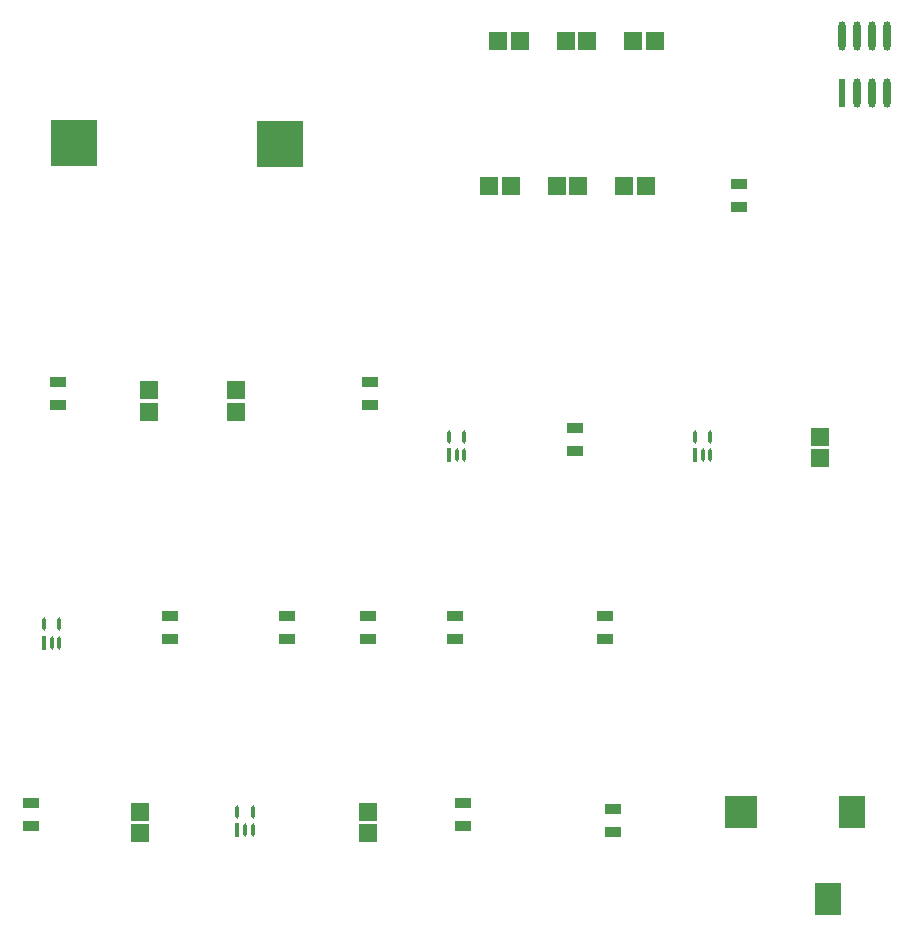
<source format=gtp>
G04*
G04 #@! TF.GenerationSoftware,Altium Limited,Altium Designer,21.5.1 (32)*
G04*
G04 Layer_Color=8421504*
%FSLAX25Y25*%
%MOIN*%
G70*
G04*
G04 #@! TF.SameCoordinates,D1CED41D-7284-4930-815C-7774E47D36BB*
G04*
G04*
G04 #@! TF.FilePolarity,Positive*
G04*
G01*
G75*
%ADD14R,0.06102X0.06102*%
%ADD15R,0.08661X0.11024*%
%ADD16R,0.11024X0.11024*%
%ADD17R,0.05709X0.03740*%
%ADD18R,0.15590X0.15590*%
%ADD19R,0.01322X0.04583*%
G04:AMPARAMS|DCode=20|XSize=45.83mil|YSize=13.22mil|CornerRadius=6.61mil|HoleSize=0mil|Usage=FLASHONLY|Rotation=90.000|XOffset=0mil|YOffset=0mil|HoleType=Round|Shape=RoundedRectangle|*
%AMROUNDEDRECTD20*
21,1,0.04583,0.00000,0,0,90.0*
21,1,0.03260,0.01322,0,0,90.0*
1,1,0.01322,0.00000,0.01630*
1,1,0.01322,0.00000,-0.01630*
1,1,0.01322,0.00000,-0.01630*
1,1,0.01322,0.00000,0.01630*
%
%ADD20ROUNDEDRECTD20*%
G04:AMPARAMS|DCode=21|XSize=97.4mil|YSize=24.49mil|CornerRadius=12.25mil|HoleSize=0mil|Usage=FLASHONLY|Rotation=90.000|XOffset=0mil|YOffset=0mil|HoleType=Round|Shape=RoundedRectangle|*
%AMROUNDEDRECTD21*
21,1,0.09740,0.00000,0,0,90.0*
21,1,0.07291,0.02449,0,0,90.0*
1,1,0.02449,0.00000,0.03646*
1,1,0.02449,0.00000,-0.03646*
1,1,0.02449,0.00000,-0.03646*
1,1,0.02449,0.00000,0.03646*
%
%ADD21ROUNDEDRECTD21*%
%ADD22R,0.02449X0.09740*%
%ADD23R,0.06102X0.06102*%
D14*
X283500Y166543D02*
D03*
Y159457D02*
D03*
X133000Y34457D02*
D03*
Y41543D02*
D03*
X57000Y34457D02*
D03*
Y41543D02*
D03*
X89000Y174957D02*
D03*
Y182043D02*
D03*
X60000Y174957D02*
D03*
Y182043D02*
D03*
D15*
X286457Y12433D02*
D03*
X294331Y41567D02*
D03*
D16*
X257323D02*
D03*
D17*
X214500Y34661D02*
D03*
Y42339D02*
D03*
X202000Y161661D02*
D03*
Y169339D02*
D03*
X29500Y177161D02*
D03*
Y184839D02*
D03*
X106000Y99161D02*
D03*
Y106839D02*
D03*
X67000Y99161D02*
D03*
Y106839D02*
D03*
X256500Y243161D02*
D03*
Y250839D02*
D03*
X164500Y36661D02*
D03*
Y44339D02*
D03*
X20500Y36661D02*
D03*
Y44339D02*
D03*
X212000Y99161D02*
D03*
Y106839D02*
D03*
X162000Y99161D02*
D03*
Y106839D02*
D03*
X133000Y99161D02*
D03*
Y106839D02*
D03*
X133500Y177161D02*
D03*
Y184839D02*
D03*
D18*
X35000Y264500D02*
D03*
X103500Y264000D02*
D03*
D19*
X24941Y97968D02*
D03*
X89441Y35468D02*
D03*
X241941Y160468D02*
D03*
X159941D02*
D03*
D20*
X27500Y97968D02*
D03*
X30059D02*
D03*
Y104032D02*
D03*
X24941D02*
D03*
X92000Y35468D02*
D03*
X94559D02*
D03*
Y41532D02*
D03*
X89441D02*
D03*
X244500Y160468D02*
D03*
X247059D02*
D03*
Y166532D02*
D03*
X241941D02*
D03*
X162500Y160468D02*
D03*
X165059D02*
D03*
Y166532D02*
D03*
X159941D02*
D03*
D21*
X291000Y300012D02*
D03*
X296000D02*
D03*
X301000D02*
D03*
X306000D02*
D03*
Y280988D02*
D03*
X301000D02*
D03*
X296000D02*
D03*
D22*
X291000D02*
D03*
D23*
X221457Y298500D02*
D03*
X228543D02*
D03*
X198957D02*
D03*
X206043D02*
D03*
X176457D02*
D03*
X183543D02*
D03*
X218457Y250000D02*
D03*
X225543D02*
D03*
X195957D02*
D03*
X203043D02*
D03*
X173457D02*
D03*
X180543D02*
D03*
M02*

</source>
